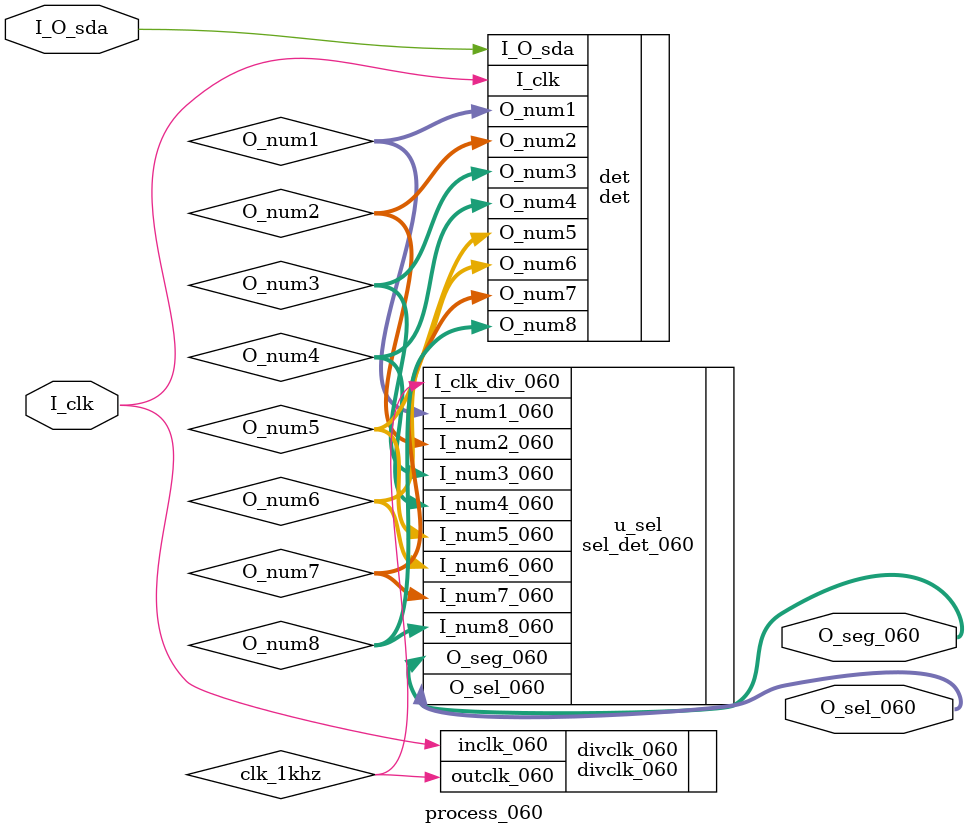
<source format=v>
`timescale 1ns / 1ps


module process_060(
	input 		        I_clk,  
    inout               I_O_sda ,
    output    [7:0]  O_seg_060       ,
	output    [7:0]  O_sel_060   
);

wire clk_1khz ;
wire clk_100khz;
wire      [3:0]   O_num1  ;
wire      [3:0]   O_num2  ;
wire      [3:0]   O_num3  ;
wire      [3:0]   O_num4  ;
wire      [3:0]   O_num5  ;
wire      [3:0]   O_num6  ;
wire      [3:0]   O_num7  ;
wire      [3:0]   O_num8  ;


det
det
(
	.I_clk   ( I_clk ),  //100khz
    .I_O_sda ( I_O_sda    ),
    .O_num1  ( O_num1     ),
    .O_num2  ( O_num2     ),
    .O_num3  ( O_num3     ),
    .O_num4  ( O_num4     ),
    .O_num5  ( O_num5     ),
    .O_num6  ( O_num6     ),
    .O_num7  ( O_num7     ),
    .O_num8  ( O_num8     )

);

divclk_060
divclk_060
(     
	.inclk_060  ( I_clk       ),  
	.outclk_060 ( clk_1khz    )  
);

sel_det_060
u_sel
( 
   .I_clk_div_060 ( clk_1khz ), 
    //  .I_clk_div_060 ( clk_seg_060 ), 
   .I_num1_060    ( O_num1      ), 
   .I_num2_060    ( O_num2      ), 
   .I_num3_060    ( O_num3      ), 
   .I_num4_060    ( O_num4      ), 
   .I_num5_060    ( O_num5      ), 
   .I_num6_060    ( O_num6      ), 
   .I_num7_060    ( O_num7      ), 
   .I_num8_060    ( O_num8      ),     
   .O_seg_060     ( O_seg_060  ),
   .O_sel_060     ( O_sel_060  )
	);


endmodule


</source>
